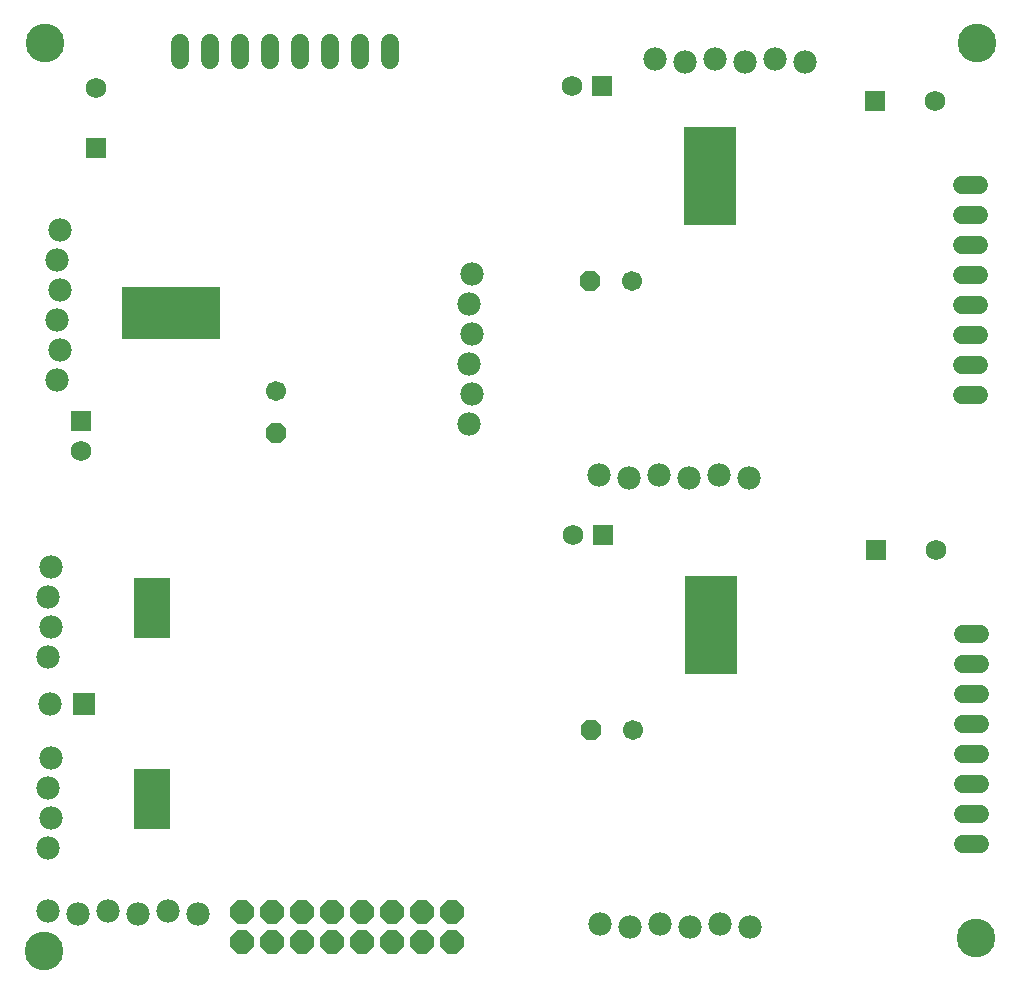
<source format=gbs>
G75*
%MOIN*%
%OFA0B0*%
%FSLAX24Y24*%
%IPPOS*%
%LPD*%
%AMOC8*
5,1,8,0,0,1.08239X$1,22.5*
%
%ADD10C,0.1290*%
%ADD11R,0.0360X0.0360*%
%ADD12R,0.1740X0.3290*%
%ADD13C,0.0780*%
%ADD14C,0.0690*%
%ADD15R,0.0690X0.0690*%
%ADD16C,0.0600*%
%ADD17OC8,0.0670*%
%ADD18C,0.0670*%
%ADD19R,0.3290X0.1740*%
%ADD20R,0.1221X0.2009*%
%ADD21R,0.0780X0.0780*%
%ADD22OC8,0.0780*%
D10*
X001340Y001260D03*
X001390Y031540D03*
X032460Y031510D03*
X032410Y001690D03*
D11*
X024180Y010720D03*
X023780Y010720D03*
X023380Y010720D03*
X022980Y010720D03*
X022980Y011120D03*
X022980Y011520D03*
X022980Y011920D03*
X022980Y012320D03*
X022980Y012720D03*
X023380Y012720D03*
X023380Y012320D03*
X023380Y011920D03*
X023380Y011520D03*
X023380Y011120D03*
X023780Y011120D03*
X023780Y011520D03*
X023780Y011920D03*
X023780Y012320D03*
X023780Y012720D03*
X024180Y012720D03*
X024180Y012320D03*
X024180Y011920D03*
X024180Y011520D03*
X024180Y011120D03*
X024180Y013120D03*
X024180Y013520D03*
X023780Y013520D03*
X023780Y013120D03*
X023380Y013120D03*
X023380Y013520D03*
X022980Y013520D03*
X022980Y013120D03*
X022940Y025680D03*
X022940Y026080D03*
X023340Y026080D03*
X023340Y025680D03*
X023740Y025680D03*
X023740Y026080D03*
X024140Y026080D03*
X024140Y025680D03*
X024140Y026480D03*
X024140Y026880D03*
X024140Y027280D03*
X024140Y027680D03*
X024140Y028080D03*
X023740Y028080D03*
X023740Y027680D03*
X023740Y027280D03*
X023740Y026880D03*
X023740Y026480D03*
X023340Y026480D03*
X023340Y026880D03*
X023340Y027280D03*
X023340Y027680D03*
X023340Y028080D03*
X022940Y028080D03*
X022940Y027680D03*
X022940Y027280D03*
X022940Y026880D03*
X022940Y026480D03*
X022940Y028480D03*
X023340Y028480D03*
X023740Y028480D03*
X024140Y028480D03*
X006980Y023130D03*
X006980Y022730D03*
X006980Y022330D03*
X006980Y021930D03*
X006580Y021930D03*
X006580Y022330D03*
X006580Y022730D03*
X006580Y023130D03*
X006180Y023130D03*
X006180Y022730D03*
X006180Y022330D03*
X006180Y021930D03*
X005780Y021930D03*
X005780Y022330D03*
X005780Y022730D03*
X005780Y023130D03*
X005380Y023130D03*
X005380Y022730D03*
X005380Y022330D03*
X005380Y021930D03*
X004980Y021930D03*
X004980Y022330D03*
X004980Y022730D03*
X004980Y023130D03*
X004580Y023130D03*
X004580Y022730D03*
X004580Y022330D03*
X004580Y021930D03*
X004180Y021930D03*
X004180Y022330D03*
X004180Y022730D03*
X004180Y023130D03*
X004560Y013480D03*
X004560Y013080D03*
X004960Y013080D03*
X004960Y013480D03*
X005360Y013480D03*
X005360Y013080D03*
X005360Y012680D03*
X005360Y012280D03*
X005360Y011880D03*
X004960Y011880D03*
X004960Y012280D03*
X004960Y012680D03*
X004560Y012680D03*
X004560Y012280D03*
X004560Y011880D03*
X004560Y007110D03*
X004560Y006710D03*
X004560Y006310D03*
X004560Y005910D03*
X004960Y005910D03*
X004960Y006310D03*
X004960Y006710D03*
X004960Y007110D03*
X005360Y007110D03*
X005360Y006710D03*
X005360Y006310D03*
X005360Y005910D03*
X005360Y005510D03*
X004960Y005510D03*
X004560Y005510D03*
D12*
X023580Y012120D03*
X023540Y027080D03*
D13*
X022730Y030880D03*
X021730Y030980D03*
X023730Y030980D03*
X024730Y030880D03*
X025730Y030980D03*
X026730Y030880D03*
X015630Y023830D03*
X015530Y022830D03*
X015630Y021830D03*
X015530Y020830D03*
X015630Y019830D03*
X015530Y018830D03*
X019840Y017130D03*
X020840Y017030D03*
X021840Y017130D03*
X022840Y017030D03*
X023840Y017130D03*
X024840Y017030D03*
X023880Y002170D03*
X022880Y002070D03*
X021880Y002170D03*
X020880Y002070D03*
X019880Y002170D03*
X024880Y002070D03*
X006470Y002480D03*
X005470Y002580D03*
X004470Y002480D03*
X003470Y002580D03*
X002470Y002480D03*
X001470Y002580D03*
X001470Y004700D03*
X001570Y005700D03*
X001470Y006700D03*
X001570Y007700D03*
X001560Y009490D03*
X001470Y011070D03*
X001570Y012070D03*
X001470Y013070D03*
X001570Y014070D03*
X001770Y020280D03*
X001870Y021280D03*
X001770Y022280D03*
X001870Y023280D03*
X001770Y024280D03*
X001870Y025280D03*
D14*
X003080Y030030D03*
X002580Y017930D03*
X018980Y015120D03*
X031080Y014620D03*
X031040Y029580D03*
X018940Y030080D03*
D15*
X019940Y030080D03*
X029040Y029580D03*
X019980Y015120D03*
X029080Y014620D03*
X003080Y028030D03*
X002580Y018930D03*
D16*
X005880Y030950D02*
X005880Y031510D01*
X006880Y031510D02*
X006880Y030950D01*
X007880Y030950D02*
X007880Y031510D01*
X008880Y031510D02*
X008880Y030950D01*
X009880Y030950D02*
X009880Y031510D01*
X010880Y031510D02*
X010880Y030950D01*
X011880Y030950D02*
X011880Y031510D01*
X012880Y031510D02*
X012880Y030950D01*
X031960Y026780D02*
X032520Y026780D01*
X032520Y025780D02*
X031960Y025780D01*
X031960Y024780D02*
X032520Y024780D01*
X032520Y023780D02*
X031960Y023780D01*
X031960Y022780D02*
X032520Y022780D01*
X032520Y021780D02*
X031960Y021780D01*
X031960Y020780D02*
X032520Y020780D01*
X032520Y019780D02*
X031960Y019780D01*
X032000Y011820D02*
X032560Y011820D01*
X032560Y010820D02*
X032000Y010820D01*
X032000Y009820D02*
X032560Y009820D01*
X032560Y008820D02*
X032000Y008820D01*
X032000Y007820D02*
X032560Y007820D01*
X032560Y006820D02*
X032000Y006820D01*
X032000Y005820D02*
X032560Y005820D01*
X032560Y004820D02*
X032000Y004820D01*
D17*
X019580Y008620D03*
X009080Y018530D03*
X019540Y023580D03*
D18*
X020940Y023580D03*
X009080Y019930D03*
X020980Y008620D03*
D19*
X005580Y022530D03*
D20*
X004960Y012680D03*
X004960Y006310D03*
D21*
X002700Y009490D03*
D22*
X007940Y002550D03*
X007940Y001550D03*
X008940Y001550D03*
X008940Y002550D03*
X009940Y002550D03*
X009940Y001550D03*
X010940Y001550D03*
X010940Y002550D03*
X011940Y002550D03*
X011940Y001550D03*
X012940Y001550D03*
X012940Y002550D03*
X013940Y002550D03*
X013940Y001550D03*
X014940Y001550D03*
X014940Y002550D03*
M02*

</source>
